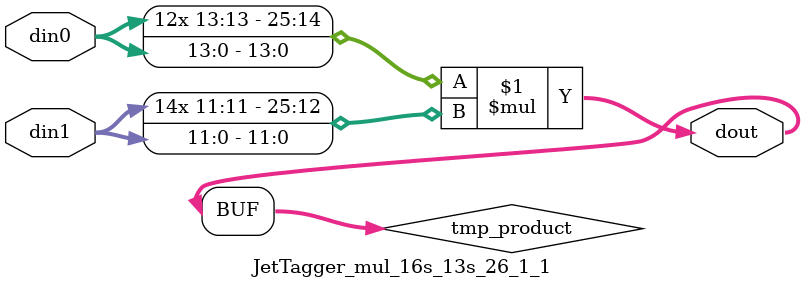
<source format=v>

`timescale 1 ns / 1 ps

  module JetTagger_mul_16s_13s_26_1_1(din0, din1, dout);
parameter ID = 1;
parameter NUM_STAGE = 0;
parameter din0_WIDTH = 14;
parameter din1_WIDTH = 12;
parameter dout_WIDTH = 26;

input [din0_WIDTH - 1 : 0] din0; 
input [din1_WIDTH - 1 : 0] din1; 
output [dout_WIDTH - 1 : 0] dout;

wire signed [dout_WIDTH - 1 : 0] tmp_product;













assign tmp_product = $signed(din0) * $signed(din1);








assign dout = tmp_product;







endmodule

</source>
